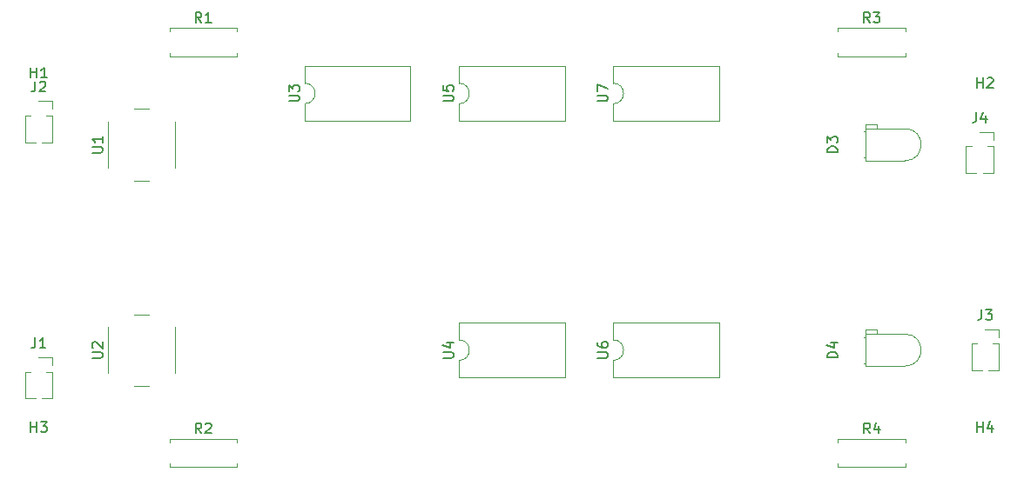
<source format=gbr>
%TF.GenerationSoftware,KiCad,Pcbnew,7.0.7*%
%TF.CreationDate,2023-11-02T13:25:28-04:00*%
%TF.ProjectId,TEJ4M-Unit-4-08,54454a34-4d2d-4556-9e69-742d342d3038,rev?*%
%TF.SameCoordinates,Original*%
%TF.FileFunction,Legend,Top*%
%TF.FilePolarity,Positive*%
%FSLAX46Y46*%
G04 Gerber Fmt 4.6, Leading zero omitted, Abs format (unit mm)*
G04 Created by KiCad (PCBNEW 7.0.7) date 2023-11-02 13:25:28*
%MOMM*%
%LPD*%
G01*
G04 APERTURE LIST*
%ADD10C,0.150000*%
%ADD11C,0.120000*%
G04 APERTURE END LIST*
D10*
X195166666Y-61819819D02*
X195166666Y-62534104D01*
X195166666Y-62534104D02*
X195119047Y-62676961D01*
X195119047Y-62676961D02*
X195023809Y-62772200D01*
X195023809Y-62772200D02*
X194880952Y-62819819D01*
X194880952Y-62819819D02*
X194785714Y-62819819D01*
X196071428Y-62153152D02*
X196071428Y-62819819D01*
X195833333Y-61772200D02*
X195595238Y-62486485D01*
X195595238Y-62486485D02*
X196214285Y-62486485D01*
X195691666Y-81044819D02*
X195691666Y-81759104D01*
X195691666Y-81759104D02*
X195644047Y-81901961D01*
X195644047Y-81901961D02*
X195548809Y-81997200D01*
X195548809Y-81997200D02*
X195405952Y-82044819D01*
X195405952Y-82044819D02*
X195310714Y-82044819D01*
X196072619Y-81044819D02*
X196691666Y-81044819D01*
X196691666Y-81044819D02*
X196358333Y-81425771D01*
X196358333Y-81425771D02*
X196501190Y-81425771D01*
X196501190Y-81425771D02*
X196596428Y-81473390D01*
X196596428Y-81473390D02*
X196644047Y-81521009D01*
X196644047Y-81521009D02*
X196691666Y-81616247D01*
X196691666Y-81616247D02*
X196691666Y-81854342D01*
X196691666Y-81854342D02*
X196644047Y-81949580D01*
X196644047Y-81949580D02*
X196596428Y-81997200D01*
X196596428Y-81997200D02*
X196501190Y-82044819D01*
X196501190Y-82044819D02*
X196215476Y-82044819D01*
X196215476Y-82044819D02*
X196120238Y-81997200D01*
X196120238Y-81997200D02*
X196072619Y-81949580D01*
X103666666Y-58819819D02*
X103666666Y-59534104D01*
X103666666Y-59534104D02*
X103619047Y-59676961D01*
X103619047Y-59676961D02*
X103523809Y-59772200D01*
X103523809Y-59772200D02*
X103380952Y-59819819D01*
X103380952Y-59819819D02*
X103285714Y-59819819D01*
X104095238Y-58915057D02*
X104142857Y-58867438D01*
X104142857Y-58867438D02*
X104238095Y-58819819D01*
X104238095Y-58819819D02*
X104476190Y-58819819D01*
X104476190Y-58819819D02*
X104571428Y-58867438D01*
X104571428Y-58867438D02*
X104619047Y-58915057D01*
X104619047Y-58915057D02*
X104666666Y-59010295D01*
X104666666Y-59010295D02*
X104666666Y-59105533D01*
X104666666Y-59105533D02*
X104619047Y-59248390D01*
X104619047Y-59248390D02*
X104047619Y-59819819D01*
X104047619Y-59819819D02*
X104666666Y-59819819D01*
X103666666Y-83779819D02*
X103666666Y-84494104D01*
X103666666Y-84494104D02*
X103619047Y-84636961D01*
X103619047Y-84636961D02*
X103523809Y-84732200D01*
X103523809Y-84732200D02*
X103380952Y-84779819D01*
X103380952Y-84779819D02*
X103285714Y-84779819D01*
X104666666Y-84779819D02*
X104095238Y-84779819D01*
X104380952Y-84779819D02*
X104380952Y-83779819D01*
X104380952Y-83779819D02*
X104285714Y-83922676D01*
X104285714Y-83922676D02*
X104190476Y-84017914D01*
X104190476Y-84017914D02*
X104095238Y-84065533D01*
X158324819Y-60751904D02*
X159134342Y-60751904D01*
X159134342Y-60751904D02*
X159229580Y-60704285D01*
X159229580Y-60704285D02*
X159277200Y-60656666D01*
X159277200Y-60656666D02*
X159324819Y-60561428D01*
X159324819Y-60561428D02*
X159324819Y-60370952D01*
X159324819Y-60370952D02*
X159277200Y-60275714D01*
X159277200Y-60275714D02*
X159229580Y-60228095D01*
X159229580Y-60228095D02*
X159134342Y-60180476D01*
X159134342Y-60180476D02*
X158324819Y-60180476D01*
X158324819Y-59799523D02*
X158324819Y-59132857D01*
X158324819Y-59132857D02*
X159324819Y-59561428D01*
X158324819Y-85751904D02*
X159134342Y-85751904D01*
X159134342Y-85751904D02*
X159229580Y-85704285D01*
X159229580Y-85704285D02*
X159277200Y-85656666D01*
X159277200Y-85656666D02*
X159324819Y-85561428D01*
X159324819Y-85561428D02*
X159324819Y-85370952D01*
X159324819Y-85370952D02*
X159277200Y-85275714D01*
X159277200Y-85275714D02*
X159229580Y-85228095D01*
X159229580Y-85228095D02*
X159134342Y-85180476D01*
X159134342Y-85180476D02*
X158324819Y-85180476D01*
X158324819Y-84275714D02*
X158324819Y-84466190D01*
X158324819Y-84466190D02*
X158372438Y-84561428D01*
X158372438Y-84561428D02*
X158420057Y-84609047D01*
X158420057Y-84609047D02*
X158562914Y-84704285D01*
X158562914Y-84704285D02*
X158753390Y-84751904D01*
X158753390Y-84751904D02*
X159134342Y-84751904D01*
X159134342Y-84751904D02*
X159229580Y-84704285D01*
X159229580Y-84704285D02*
X159277200Y-84656666D01*
X159277200Y-84656666D02*
X159324819Y-84561428D01*
X159324819Y-84561428D02*
X159324819Y-84370952D01*
X159324819Y-84370952D02*
X159277200Y-84275714D01*
X159277200Y-84275714D02*
X159229580Y-84228095D01*
X159229580Y-84228095D02*
X159134342Y-84180476D01*
X159134342Y-84180476D02*
X158896247Y-84180476D01*
X158896247Y-84180476D02*
X158801009Y-84228095D01*
X158801009Y-84228095D02*
X158753390Y-84275714D01*
X158753390Y-84275714D02*
X158705771Y-84370952D01*
X158705771Y-84370952D02*
X158705771Y-84561428D01*
X158705771Y-84561428D02*
X158753390Y-84656666D01*
X158753390Y-84656666D02*
X158801009Y-84704285D01*
X158801009Y-84704285D02*
X158896247Y-84751904D01*
X143324819Y-60751904D02*
X144134342Y-60751904D01*
X144134342Y-60751904D02*
X144229580Y-60704285D01*
X144229580Y-60704285D02*
X144277200Y-60656666D01*
X144277200Y-60656666D02*
X144324819Y-60561428D01*
X144324819Y-60561428D02*
X144324819Y-60370952D01*
X144324819Y-60370952D02*
X144277200Y-60275714D01*
X144277200Y-60275714D02*
X144229580Y-60228095D01*
X144229580Y-60228095D02*
X144134342Y-60180476D01*
X144134342Y-60180476D02*
X143324819Y-60180476D01*
X143324819Y-59228095D02*
X143324819Y-59704285D01*
X143324819Y-59704285D02*
X143801009Y-59751904D01*
X143801009Y-59751904D02*
X143753390Y-59704285D01*
X143753390Y-59704285D02*
X143705771Y-59609047D01*
X143705771Y-59609047D02*
X143705771Y-59370952D01*
X143705771Y-59370952D02*
X143753390Y-59275714D01*
X143753390Y-59275714D02*
X143801009Y-59228095D01*
X143801009Y-59228095D02*
X143896247Y-59180476D01*
X143896247Y-59180476D02*
X144134342Y-59180476D01*
X144134342Y-59180476D02*
X144229580Y-59228095D01*
X144229580Y-59228095D02*
X144277200Y-59275714D01*
X144277200Y-59275714D02*
X144324819Y-59370952D01*
X144324819Y-59370952D02*
X144324819Y-59609047D01*
X144324819Y-59609047D02*
X144277200Y-59704285D01*
X144277200Y-59704285D02*
X144229580Y-59751904D01*
X143324819Y-85751904D02*
X144134342Y-85751904D01*
X144134342Y-85751904D02*
X144229580Y-85704285D01*
X144229580Y-85704285D02*
X144277200Y-85656666D01*
X144277200Y-85656666D02*
X144324819Y-85561428D01*
X144324819Y-85561428D02*
X144324819Y-85370952D01*
X144324819Y-85370952D02*
X144277200Y-85275714D01*
X144277200Y-85275714D02*
X144229580Y-85228095D01*
X144229580Y-85228095D02*
X144134342Y-85180476D01*
X144134342Y-85180476D02*
X143324819Y-85180476D01*
X143658152Y-84275714D02*
X144324819Y-84275714D01*
X143277200Y-84513809D02*
X143991485Y-84751904D01*
X143991485Y-84751904D02*
X143991485Y-84132857D01*
X128324819Y-60751904D02*
X129134342Y-60751904D01*
X129134342Y-60751904D02*
X129229580Y-60704285D01*
X129229580Y-60704285D02*
X129277200Y-60656666D01*
X129277200Y-60656666D02*
X129324819Y-60561428D01*
X129324819Y-60561428D02*
X129324819Y-60370952D01*
X129324819Y-60370952D02*
X129277200Y-60275714D01*
X129277200Y-60275714D02*
X129229580Y-60228095D01*
X129229580Y-60228095D02*
X129134342Y-60180476D01*
X129134342Y-60180476D02*
X128324819Y-60180476D01*
X128324819Y-59799523D02*
X128324819Y-59180476D01*
X128324819Y-59180476D02*
X128705771Y-59513809D01*
X128705771Y-59513809D02*
X128705771Y-59370952D01*
X128705771Y-59370952D02*
X128753390Y-59275714D01*
X128753390Y-59275714D02*
X128801009Y-59228095D01*
X128801009Y-59228095D02*
X128896247Y-59180476D01*
X128896247Y-59180476D02*
X129134342Y-59180476D01*
X129134342Y-59180476D02*
X129229580Y-59228095D01*
X129229580Y-59228095D02*
X129277200Y-59275714D01*
X129277200Y-59275714D02*
X129324819Y-59370952D01*
X129324819Y-59370952D02*
X129324819Y-59656666D01*
X129324819Y-59656666D02*
X129277200Y-59751904D01*
X129277200Y-59751904D02*
X129229580Y-59799523D01*
X109204819Y-85761904D02*
X110014342Y-85761904D01*
X110014342Y-85761904D02*
X110109580Y-85714285D01*
X110109580Y-85714285D02*
X110157200Y-85666666D01*
X110157200Y-85666666D02*
X110204819Y-85571428D01*
X110204819Y-85571428D02*
X110204819Y-85380952D01*
X110204819Y-85380952D02*
X110157200Y-85285714D01*
X110157200Y-85285714D02*
X110109580Y-85238095D01*
X110109580Y-85238095D02*
X110014342Y-85190476D01*
X110014342Y-85190476D02*
X109204819Y-85190476D01*
X109300057Y-84761904D02*
X109252438Y-84714285D01*
X109252438Y-84714285D02*
X109204819Y-84619047D01*
X109204819Y-84619047D02*
X109204819Y-84380952D01*
X109204819Y-84380952D02*
X109252438Y-84285714D01*
X109252438Y-84285714D02*
X109300057Y-84238095D01*
X109300057Y-84238095D02*
X109395295Y-84190476D01*
X109395295Y-84190476D02*
X109490533Y-84190476D01*
X109490533Y-84190476D02*
X109633390Y-84238095D01*
X109633390Y-84238095D02*
X110204819Y-84809523D01*
X110204819Y-84809523D02*
X110204819Y-84190476D01*
X109204819Y-65761904D02*
X110014342Y-65761904D01*
X110014342Y-65761904D02*
X110109580Y-65714285D01*
X110109580Y-65714285D02*
X110157200Y-65666666D01*
X110157200Y-65666666D02*
X110204819Y-65571428D01*
X110204819Y-65571428D02*
X110204819Y-65380952D01*
X110204819Y-65380952D02*
X110157200Y-65285714D01*
X110157200Y-65285714D02*
X110109580Y-65238095D01*
X110109580Y-65238095D02*
X110014342Y-65190476D01*
X110014342Y-65190476D02*
X109204819Y-65190476D01*
X110204819Y-64190476D02*
X110204819Y-64761904D01*
X110204819Y-64476190D02*
X109204819Y-64476190D01*
X109204819Y-64476190D02*
X109347676Y-64571428D01*
X109347676Y-64571428D02*
X109442914Y-64666666D01*
X109442914Y-64666666D02*
X109490533Y-64761904D01*
X195238095Y-92954819D02*
X195238095Y-91954819D01*
X195238095Y-92431009D02*
X195809523Y-92431009D01*
X195809523Y-92954819D02*
X195809523Y-91954819D01*
X196714285Y-92288152D02*
X196714285Y-92954819D01*
X196476190Y-91907200D02*
X196238095Y-92621485D01*
X196238095Y-92621485D02*
X196857142Y-92621485D01*
X103238095Y-92954819D02*
X103238095Y-91954819D01*
X103238095Y-92431009D02*
X103809523Y-92431009D01*
X103809523Y-92954819D02*
X103809523Y-91954819D01*
X104190476Y-91954819D02*
X104809523Y-91954819D01*
X104809523Y-91954819D02*
X104476190Y-92335771D01*
X104476190Y-92335771D02*
X104619047Y-92335771D01*
X104619047Y-92335771D02*
X104714285Y-92383390D01*
X104714285Y-92383390D02*
X104761904Y-92431009D01*
X104761904Y-92431009D02*
X104809523Y-92526247D01*
X104809523Y-92526247D02*
X104809523Y-92764342D01*
X104809523Y-92764342D02*
X104761904Y-92859580D01*
X104761904Y-92859580D02*
X104714285Y-92907200D01*
X104714285Y-92907200D02*
X104619047Y-92954819D01*
X104619047Y-92954819D02*
X104333333Y-92954819D01*
X104333333Y-92954819D02*
X104238095Y-92907200D01*
X104238095Y-92907200D02*
X104190476Y-92859580D01*
X195238095Y-59454819D02*
X195238095Y-58454819D01*
X195238095Y-58931009D02*
X195809523Y-58931009D01*
X195809523Y-59454819D02*
X195809523Y-58454819D01*
X196238095Y-58550057D02*
X196285714Y-58502438D01*
X196285714Y-58502438D02*
X196380952Y-58454819D01*
X196380952Y-58454819D02*
X196619047Y-58454819D01*
X196619047Y-58454819D02*
X196714285Y-58502438D01*
X196714285Y-58502438D02*
X196761904Y-58550057D01*
X196761904Y-58550057D02*
X196809523Y-58645295D01*
X196809523Y-58645295D02*
X196809523Y-58740533D01*
X196809523Y-58740533D02*
X196761904Y-58883390D01*
X196761904Y-58883390D02*
X196190476Y-59454819D01*
X196190476Y-59454819D02*
X196809523Y-59454819D01*
X103238095Y-58454819D02*
X103238095Y-57454819D01*
X103238095Y-57931009D02*
X103809523Y-57931009D01*
X103809523Y-58454819D02*
X103809523Y-57454819D01*
X104809523Y-58454819D02*
X104238095Y-58454819D01*
X104523809Y-58454819D02*
X104523809Y-57454819D01*
X104523809Y-57454819D02*
X104428571Y-57597676D01*
X104428571Y-57597676D02*
X104333333Y-57692914D01*
X104333333Y-57692914D02*
X104238095Y-57740533D01*
X184833333Y-93084819D02*
X184500000Y-92608628D01*
X184261905Y-93084819D02*
X184261905Y-92084819D01*
X184261905Y-92084819D02*
X184642857Y-92084819D01*
X184642857Y-92084819D02*
X184738095Y-92132438D01*
X184738095Y-92132438D02*
X184785714Y-92180057D01*
X184785714Y-92180057D02*
X184833333Y-92275295D01*
X184833333Y-92275295D02*
X184833333Y-92418152D01*
X184833333Y-92418152D02*
X184785714Y-92513390D01*
X184785714Y-92513390D02*
X184738095Y-92561009D01*
X184738095Y-92561009D02*
X184642857Y-92608628D01*
X184642857Y-92608628D02*
X184261905Y-92608628D01*
X185690476Y-92418152D02*
X185690476Y-93084819D01*
X185452381Y-92037200D02*
X185214286Y-92751485D01*
X185214286Y-92751485D02*
X185833333Y-92751485D01*
X184833333Y-53084819D02*
X184500000Y-52608628D01*
X184261905Y-53084819D02*
X184261905Y-52084819D01*
X184261905Y-52084819D02*
X184642857Y-52084819D01*
X184642857Y-52084819D02*
X184738095Y-52132438D01*
X184738095Y-52132438D02*
X184785714Y-52180057D01*
X184785714Y-52180057D02*
X184833333Y-52275295D01*
X184833333Y-52275295D02*
X184833333Y-52418152D01*
X184833333Y-52418152D02*
X184785714Y-52513390D01*
X184785714Y-52513390D02*
X184738095Y-52561009D01*
X184738095Y-52561009D02*
X184642857Y-52608628D01*
X184642857Y-52608628D02*
X184261905Y-52608628D01*
X185166667Y-52084819D02*
X185785714Y-52084819D01*
X185785714Y-52084819D02*
X185452381Y-52465771D01*
X185452381Y-52465771D02*
X185595238Y-52465771D01*
X185595238Y-52465771D02*
X185690476Y-52513390D01*
X185690476Y-52513390D02*
X185738095Y-52561009D01*
X185738095Y-52561009D02*
X185785714Y-52656247D01*
X185785714Y-52656247D02*
X185785714Y-52894342D01*
X185785714Y-52894342D02*
X185738095Y-52989580D01*
X185738095Y-52989580D02*
X185690476Y-53037200D01*
X185690476Y-53037200D02*
X185595238Y-53084819D01*
X185595238Y-53084819D02*
X185309524Y-53084819D01*
X185309524Y-53084819D02*
X185214286Y-53037200D01*
X185214286Y-53037200D02*
X185166667Y-52989580D01*
X119833333Y-93084819D02*
X119500000Y-92608628D01*
X119261905Y-93084819D02*
X119261905Y-92084819D01*
X119261905Y-92084819D02*
X119642857Y-92084819D01*
X119642857Y-92084819D02*
X119738095Y-92132438D01*
X119738095Y-92132438D02*
X119785714Y-92180057D01*
X119785714Y-92180057D02*
X119833333Y-92275295D01*
X119833333Y-92275295D02*
X119833333Y-92418152D01*
X119833333Y-92418152D02*
X119785714Y-92513390D01*
X119785714Y-92513390D02*
X119738095Y-92561009D01*
X119738095Y-92561009D02*
X119642857Y-92608628D01*
X119642857Y-92608628D02*
X119261905Y-92608628D01*
X120214286Y-92180057D02*
X120261905Y-92132438D01*
X120261905Y-92132438D02*
X120357143Y-92084819D01*
X120357143Y-92084819D02*
X120595238Y-92084819D01*
X120595238Y-92084819D02*
X120690476Y-92132438D01*
X120690476Y-92132438D02*
X120738095Y-92180057D01*
X120738095Y-92180057D02*
X120785714Y-92275295D01*
X120785714Y-92275295D02*
X120785714Y-92370533D01*
X120785714Y-92370533D02*
X120738095Y-92513390D01*
X120738095Y-92513390D02*
X120166667Y-93084819D01*
X120166667Y-93084819D02*
X120785714Y-93084819D01*
X119833333Y-53084819D02*
X119500000Y-52608628D01*
X119261905Y-53084819D02*
X119261905Y-52084819D01*
X119261905Y-52084819D02*
X119642857Y-52084819D01*
X119642857Y-52084819D02*
X119738095Y-52132438D01*
X119738095Y-52132438D02*
X119785714Y-52180057D01*
X119785714Y-52180057D02*
X119833333Y-52275295D01*
X119833333Y-52275295D02*
X119833333Y-52418152D01*
X119833333Y-52418152D02*
X119785714Y-52513390D01*
X119785714Y-52513390D02*
X119738095Y-52561009D01*
X119738095Y-52561009D02*
X119642857Y-52608628D01*
X119642857Y-52608628D02*
X119261905Y-52608628D01*
X120785714Y-53084819D02*
X120214286Y-53084819D01*
X120500000Y-53084819D02*
X120500000Y-52084819D01*
X120500000Y-52084819D02*
X120404762Y-52227676D01*
X120404762Y-52227676D02*
X120309524Y-52322914D01*
X120309524Y-52322914D02*
X120214286Y-52370533D01*
X181669819Y-85718094D02*
X180669819Y-85718094D01*
X180669819Y-85718094D02*
X180669819Y-85479999D01*
X180669819Y-85479999D02*
X180717438Y-85337142D01*
X180717438Y-85337142D02*
X180812676Y-85241904D01*
X180812676Y-85241904D02*
X180907914Y-85194285D01*
X180907914Y-85194285D02*
X181098390Y-85146666D01*
X181098390Y-85146666D02*
X181241247Y-85146666D01*
X181241247Y-85146666D02*
X181431723Y-85194285D01*
X181431723Y-85194285D02*
X181526961Y-85241904D01*
X181526961Y-85241904D02*
X181622200Y-85337142D01*
X181622200Y-85337142D02*
X181669819Y-85479999D01*
X181669819Y-85479999D02*
X181669819Y-85718094D01*
X181003152Y-84289523D02*
X181669819Y-84289523D01*
X180622200Y-84527618D02*
X181336485Y-84765713D01*
X181336485Y-84765713D02*
X181336485Y-84146666D01*
X181669819Y-65718094D02*
X180669819Y-65718094D01*
X180669819Y-65718094D02*
X180669819Y-65479999D01*
X180669819Y-65479999D02*
X180717438Y-65337142D01*
X180717438Y-65337142D02*
X180812676Y-65241904D01*
X180812676Y-65241904D02*
X180907914Y-65194285D01*
X180907914Y-65194285D02*
X181098390Y-65146666D01*
X181098390Y-65146666D02*
X181241247Y-65146666D01*
X181241247Y-65146666D02*
X181431723Y-65194285D01*
X181431723Y-65194285D02*
X181526961Y-65241904D01*
X181526961Y-65241904D02*
X181622200Y-65337142D01*
X181622200Y-65337142D02*
X181669819Y-65479999D01*
X181669819Y-65479999D02*
X181669819Y-65718094D01*
X180669819Y-64813332D02*
X180669819Y-64194285D01*
X180669819Y-64194285D02*
X181050771Y-64527618D01*
X181050771Y-64527618D02*
X181050771Y-64384761D01*
X181050771Y-64384761D02*
X181098390Y-64289523D01*
X181098390Y-64289523D02*
X181146009Y-64241904D01*
X181146009Y-64241904D02*
X181241247Y-64194285D01*
X181241247Y-64194285D02*
X181479342Y-64194285D01*
X181479342Y-64194285D02*
X181574580Y-64241904D01*
X181574580Y-64241904D02*
X181622200Y-64289523D01*
X181622200Y-64289523D02*
X181669819Y-64384761D01*
X181669819Y-64384761D02*
X181669819Y-64670475D01*
X181669819Y-64670475D02*
X181622200Y-64765713D01*
X181622200Y-64765713D02*
X181574580Y-64813332D01*
D11*
%TO.C,J4*%
X195807530Y-67735000D02*
X196830000Y-67735000D01*
X196830000Y-65135000D02*
X196830000Y-67735000D01*
X194170000Y-67735000D02*
X195192470Y-67735000D01*
X196830000Y-63740000D02*
X196830000Y-64500000D01*
X194170000Y-65135000D02*
X194170000Y-67735000D01*
X194170000Y-65135000D02*
X194740000Y-65135000D01*
X196260000Y-65135000D02*
X196830000Y-65135000D01*
X195500000Y-63740000D02*
X196830000Y-63740000D01*
%TO.C,J3*%
X196332530Y-86960000D02*
X197355000Y-86960000D01*
X197355000Y-84360000D02*
X197355000Y-86960000D01*
X194695000Y-86960000D02*
X195717470Y-86960000D01*
X197355000Y-82965000D02*
X197355000Y-83725000D01*
X194695000Y-84360000D02*
X194695000Y-86960000D01*
X194695000Y-84360000D02*
X195265000Y-84360000D01*
X196785000Y-84360000D02*
X197355000Y-84360000D01*
X196025000Y-82965000D02*
X197355000Y-82965000D01*
%TO.C,J2*%
X104307530Y-64735000D02*
X105330000Y-64735000D01*
X105330000Y-62135000D02*
X105330000Y-64735000D01*
X102670000Y-64735000D02*
X103692470Y-64735000D01*
X105330000Y-60740000D02*
X105330000Y-61500000D01*
X102670000Y-62135000D02*
X102670000Y-64735000D01*
X102670000Y-62135000D02*
X103240000Y-62135000D01*
X104760000Y-62135000D02*
X105330000Y-62135000D01*
X104000000Y-60740000D02*
X105330000Y-60740000D01*
%TO.C,J1*%
X104307530Y-89695000D02*
X105330000Y-89695000D01*
X105330000Y-87095000D02*
X105330000Y-89695000D01*
X102670000Y-89695000D02*
X103692470Y-89695000D01*
X105330000Y-85700000D02*
X105330000Y-86460000D01*
X102670000Y-87095000D02*
X102670000Y-89695000D01*
X102670000Y-87095000D02*
X103240000Y-87095000D01*
X104760000Y-87095000D02*
X105330000Y-87095000D01*
X104000000Y-85700000D02*
X105330000Y-85700000D01*
%TO.C,U7*%
X159870000Y-57340000D02*
X159870000Y-58990000D01*
X159870000Y-62640000D02*
X170150000Y-62640000D01*
X170150000Y-57340000D02*
X159870000Y-57340000D01*
X159870000Y-60990000D02*
X159870000Y-62640000D01*
X170150000Y-62640000D02*
X170150000Y-57340000D01*
X159870000Y-60990000D02*
G75*
G03*
X159870000Y-58990000I0J1000000D01*
G01*
%TO.C,U6*%
X159870000Y-82340000D02*
X159870000Y-83990000D01*
X159870000Y-87640000D02*
X170150000Y-87640000D01*
X170150000Y-82340000D02*
X159870000Y-82340000D01*
X159870000Y-85990000D02*
X159870000Y-87640000D01*
X170150000Y-87640000D02*
X170150000Y-82340000D01*
X159870000Y-85990000D02*
G75*
G03*
X159870000Y-83990000I0J1000000D01*
G01*
%TO.C,U5*%
X144870000Y-57340000D02*
X144870000Y-58990000D01*
X144870000Y-62640000D02*
X155150000Y-62640000D01*
X155150000Y-57340000D02*
X144870000Y-57340000D01*
X144870000Y-60990000D02*
X144870000Y-62640000D01*
X155150000Y-62640000D02*
X155150000Y-57340000D01*
X144870000Y-60990000D02*
G75*
G03*
X144870000Y-58990000I0J1000000D01*
G01*
%TO.C,U4*%
X144870000Y-82340000D02*
X144870000Y-83990000D01*
X144870000Y-87640000D02*
X155150000Y-87640000D01*
X155150000Y-82340000D02*
X144870000Y-82340000D01*
X144870000Y-85990000D02*
X144870000Y-87640000D01*
X155150000Y-87640000D02*
X155150000Y-82340000D01*
X144870000Y-85990000D02*
G75*
G03*
X144870000Y-83990000I0J1000000D01*
G01*
%TO.C,U3*%
X129870000Y-57340000D02*
X129870000Y-58990000D01*
X129870000Y-62640000D02*
X140150000Y-62640000D01*
X140150000Y-57340000D02*
X129870000Y-57340000D01*
X129870000Y-60990000D02*
X129870000Y-62640000D01*
X140150000Y-62640000D02*
X140150000Y-57340000D01*
X129870000Y-60990000D02*
G75*
G03*
X129870000Y-58990000I0J1000000D01*
G01*
%TO.C,U2*%
X114750000Y-81500000D02*
X113250000Y-81500000D01*
X110750000Y-82750000D02*
X110750000Y-87250000D01*
X113250000Y-88500000D02*
X114750000Y-88500000D01*
X117250000Y-87250000D02*
X117250000Y-82750000D01*
%TO.C,U1*%
X114750000Y-61500000D02*
X113250000Y-61500000D01*
X110750000Y-62750000D02*
X110750000Y-67250000D01*
X113250000Y-68500000D02*
X114750000Y-68500000D01*
X117250000Y-67250000D02*
X117250000Y-62750000D01*
%TO.C,R4*%
X188270000Y-93630000D02*
X188270000Y-93960000D01*
X181730000Y-93960000D02*
X181730000Y-93630000D01*
X181730000Y-96040000D02*
X181730000Y-96370000D01*
X181730000Y-96370000D02*
X188270000Y-96370000D01*
X181730000Y-93630000D02*
X188270000Y-93630000D01*
X188270000Y-96370000D02*
X188270000Y-96040000D01*
%TO.C,R3*%
X188270000Y-56370000D02*
X188270000Y-56040000D01*
X181730000Y-53630000D02*
X188270000Y-53630000D01*
X181730000Y-56370000D02*
X188270000Y-56370000D01*
X181730000Y-56040000D02*
X181730000Y-56370000D01*
X181730000Y-53960000D02*
X181730000Y-53630000D01*
X188270000Y-53630000D02*
X188270000Y-53960000D01*
%TO.C,R2*%
X123270000Y-96370000D02*
X123270000Y-96040000D01*
X116730000Y-93630000D02*
X123270000Y-93630000D01*
X116730000Y-96370000D02*
X123270000Y-96370000D01*
X116730000Y-96040000D02*
X116730000Y-96370000D01*
X116730000Y-93960000D02*
X116730000Y-93630000D01*
X123270000Y-93630000D02*
X123270000Y-93960000D01*
%TO.C,R1*%
X123270000Y-56370000D02*
X123270000Y-56040000D01*
X116730000Y-53630000D02*
X123270000Y-53630000D01*
X116730000Y-56370000D02*
X123270000Y-56370000D01*
X116730000Y-56040000D02*
X116730000Y-56370000D01*
X116730000Y-53960000D02*
X116730000Y-53630000D01*
X123270000Y-53630000D02*
X123270000Y-53960000D01*
%TO.C,D4*%
X184385000Y-86250000D02*
X184385000Y-86250000D01*
X185505000Y-83020000D02*
X185505000Y-83420000D01*
X184385000Y-86540000D02*
X184385000Y-83420000D01*
X184255000Y-86250000D02*
X184385000Y-86250000D01*
X185505000Y-83420000D02*
X184385000Y-83420000D01*
X184255000Y-83710000D02*
X184385000Y-83710000D01*
X184255000Y-86250000D02*
X184255000Y-86250000D01*
X184255000Y-83710000D02*
X184255000Y-83710000D01*
X184385000Y-83020000D02*
X185505000Y-83020000D01*
X184385000Y-83420000D02*
X184385000Y-83020000D01*
X184385000Y-86540000D02*
X188245000Y-86540000D01*
X184385000Y-83420000D02*
X188245000Y-83420000D01*
X184385000Y-83710000D02*
X184255000Y-83710000D01*
X184385000Y-86250000D02*
X184255000Y-86250000D01*
X184385000Y-83710000D02*
X184385000Y-83710000D01*
X188245000Y-86540000D02*
G75*
G03*
X188245000Y-83420000I0J1560000D01*
G01*
%TO.C,D3*%
X184385000Y-66250000D02*
X184385000Y-66250000D01*
X185505000Y-63020000D02*
X185505000Y-63420000D01*
X184385000Y-66540000D02*
X184385000Y-63420000D01*
X184255000Y-66250000D02*
X184385000Y-66250000D01*
X185505000Y-63420000D02*
X184385000Y-63420000D01*
X184255000Y-63710000D02*
X184385000Y-63710000D01*
X184255000Y-66250000D02*
X184255000Y-66250000D01*
X184255000Y-63710000D02*
X184255000Y-63710000D01*
X184385000Y-63020000D02*
X185505000Y-63020000D01*
X184385000Y-63420000D02*
X184385000Y-63020000D01*
X184385000Y-66540000D02*
X188245000Y-66540000D01*
X184385000Y-63420000D02*
X188245000Y-63420000D01*
X184385000Y-63710000D02*
X184255000Y-63710000D01*
X184385000Y-66250000D02*
X184255000Y-66250000D01*
X184385000Y-63710000D02*
X184385000Y-63710000D01*
X188245000Y-66540000D02*
G75*
G03*
X188245000Y-63420000I0J1560000D01*
G01*
%TD*%
M02*

</source>
